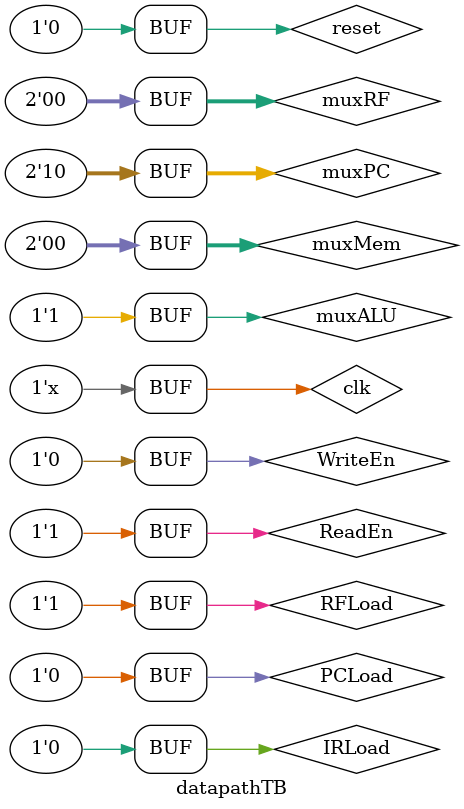
<source format=v>
`timescale 1ns / 1ps


module datapathTB();
    
    reg clk, reset, IRLoad, PCLoad, RFLoad, ReadEn, WriteEn;
    reg [1:0] muxRF, muxPC, muxMem;
    reg muxALU;
    
    wire [31:0] memOut;
    wire [4:0] opcode;
    wire checkCond, bit16;

    datapath dptb(
    .clk(clk),
    .reset(reset),
    .muxPC(muxPC),
    .muxMem(muxMem),
    .muxRF(muxRF),
    .muxALU(muxALU),
    .IRLoad(IRLoad),
    .PCLoad(PCLoad),
    .RFLoad(RFLoad),
    .ReadEn(ReadEn),
    .WriteEn(WriteEn),
    .bit16(bit16),
    .opcode(opcode),
    .checkCond(checkCond)
    );
    
    initial begin
        clk = 0;
        reset = 0;
        IRLoad = 0;
        PCLoad = 0;
        RFLoad = 0;
        ReadEn = 0;
        WriteEn = 0;
        muxRF = 0;
        muxPC = 0;
        muxMem = 0; 
        muxALU = 0;
        #10
        ReadEn = 1;
        muxRF = 2'b10;
        muxPC = 2'b10;
        RFLoad = 1'b1;
        #20
        PCLoad = 1'b1;
        IRLoad = 1'b1;
        RFLoad = 1'b0;
        #20
        PCLoad = 1'b0;
        IRLoad = 1'b0;
        RFLoad = 1'b1;
        #20
        PCLoad = 1'b1;
        IRLoad = 1'b1;
        RFLoad = 1'b0;
        #20
        PCLoad = 1'b0;
        IRLoad = 1'b0;
        RFLoad = 1'b1;
        #20
        PCLoad = 1'b1;
        IRLoad = 1'b1;
        RFLoad = 1'b0;
        #20
        PCLoad = 1'b0;
        IRLoad = 1'b0;
        RFLoad = 1'b1;
        #20
        PCLoad = 1'b1;
        IRLoad = 1'b1;
        RFLoad = 1'b0;
        #20
        PCLoad = 1'b0;
        IRLoad = 1'b0;
        RFLoad = 1'b1;
        #20
        PCLoad = 1'b1;
        IRLoad = 1'b1;
        RFLoad = 1'b0;
        #20
        PCLoad = 1'b0;
        IRLoad = 1'b0;
        RFLoad = 1'b1;
        #20
        PCLoad = 1'b1;
        IRLoad = 1'b1;
        RFLoad = 1'b0;
        #20
        PCLoad = 1'b0;
        IRLoad = 1'b0;
        RFLoad = 1'b1;
        #20
        PCLoad <= 1'b1;
        IRLoad <= 1'b1;
        RFLoad <= 1'b0;
        #20
        muxALU <= 1'b1;
        muxRF <= 2'b00;
        IRLoad <= 1'b0;
        PCLoad <= 1'b0;
        RFLoad <= 1'b1;

    end
    
    always #10 clk = clk + 1'b1; 
    
endmodule

</source>
